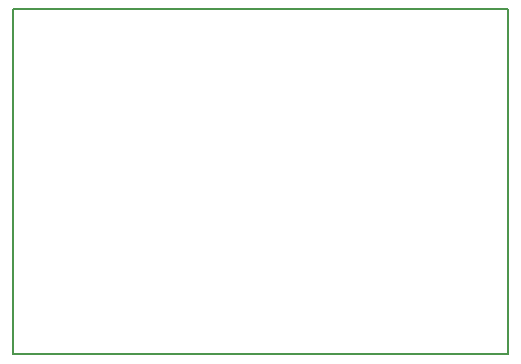
<source format=gbr>
%TF.GenerationSoftware,KiCad,Pcbnew,(5.0.1-3-g963ef8bb5)*%
%TF.CreationDate,2019-01-13T00:49:13+02:00*%
%TF.ProjectId,8307,383330372E6B696361645F7063620000,1.0*%
%TF.SameCoordinates,Original*%
%TF.FileFunction,Legend,Bot*%
%TF.FilePolarity,Positive*%
%FSLAX46Y46*%
G04 Gerber Fmt 4.6, Leading zero omitted, Abs format (unit mm)*
G04 Created by KiCad (PCBNEW (5.0.1-3-g963ef8bb5)) date Duminică, 13 Ianuarie 2019, 00:49:13*
%MOMM*%
%LPD*%
G01*
G04 APERTURE LIST*
%ADD10C,0.150000*%
G04 APERTURE END LIST*
D10*
X21590000Y-72390000D02*
X21590000Y-43180000D01*
X63500000Y-72390000D02*
X21590000Y-72390000D01*
X63500000Y-43180000D02*
X63500000Y-72390000D01*
X21590000Y-43180000D02*
X63500000Y-43180000D01*
M02*

</source>
